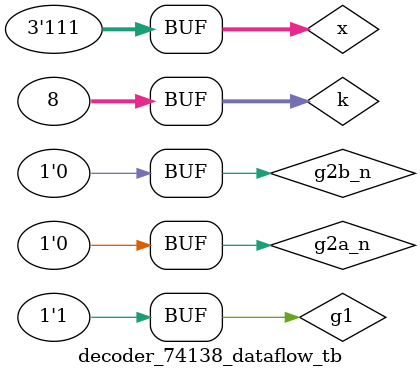
<source format=v>
module decoder_74138_dataflow_tb(
    );
    reg [2:0] x;
    reg g1, g2a_n, g2b_n;
    wire [7:0] y;
    integer k;
    decoder_74138_dataflow DUT (.g1(g1), .g2a_n(g2a_n), .g2b_n(g2b_n), .x(x), .y(y));
    initial
    begin
      x = 0; g1 = 0; g2a_n = 1; g2b_n = 1;
    for (k=0; k < 8; k=k+1)
        #5 x=k;
    #10;
      x = 0; g1 = 1; g2a_n = 0; g2b_n = 1;
    for (k=0; k < 8; k=k+1)
        #5 x=k;
    #10;
      x = 0; g1 = 0; g2a_n = 1; g2b_n = 0;
    for (k=0; k < 8; k=k+1)
        #5 x=k;
    #10;
      x = 0; g1 = 1; g2a_n = 0; g2b_n = 0;
    for (k=0; k < 8; k=k+1)
        #5 x=k;
    #10;
    end
endmodule
</source>
